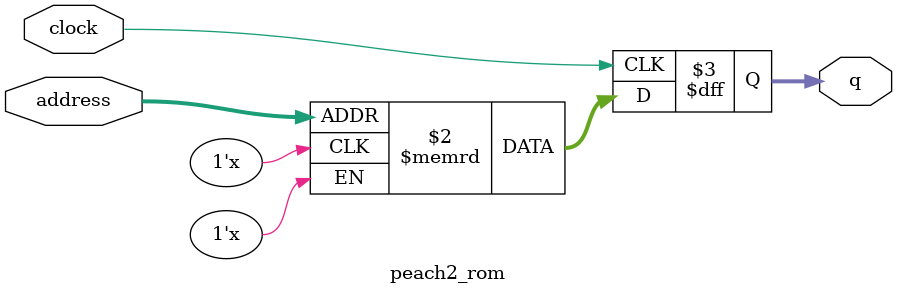
<source format=sv>
module peach2_rom (
	input logic clock,
	input logic [12:0] address,
	output logic [11:0] q
);

logic [11:0] memory [0:5393] /* synthesis ram_init_file = "./peach2/peach2.COE" */;

always_ff @ (posedge clock) begin
	q <= memory[address];
end

endmodule

</source>
